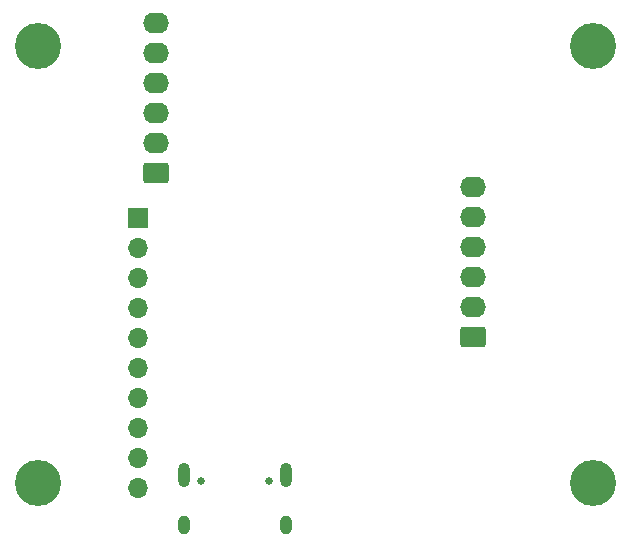
<source format=gbs>
G04 #@! TF.GenerationSoftware,KiCad,Pcbnew,6.0.2+dfsg-1*
G04 #@! TF.CreationDate,2023-01-06T20:52:01-08:00*
G04 #@! TF.ProjectId,RP2040_debugger,52503230-3430-45f6-9465-627567676572,REV1*
G04 #@! TF.SameCoordinates,Original*
G04 #@! TF.FileFunction,Soldermask,Bot*
G04 #@! TF.FilePolarity,Negative*
%FSLAX46Y46*%
G04 Gerber Fmt 4.6, Leading zero omitted, Abs format (unit mm)*
G04 Created by KiCad (PCBNEW 6.0.2+dfsg-1) date 2023-01-06 20:52:01*
%MOMM*%
%LPD*%
G01*
G04 APERTURE LIST*
G04 Aperture macros list*
%AMRoundRect*
0 Rectangle with rounded corners*
0 $1 Rounding radius*
0 $2 $3 $4 $5 $6 $7 $8 $9 X,Y pos of 4 corners*
0 Add a 4 corners polygon primitive as box body*
4,1,4,$2,$3,$4,$5,$6,$7,$8,$9,$2,$3,0*
0 Add four circle primitives for the rounded corners*
1,1,$1+$1,$2,$3*
1,1,$1+$1,$4,$5*
1,1,$1+$1,$6,$7*
1,1,$1+$1,$8,$9*
0 Add four rect primitives between the rounded corners*
20,1,$1+$1,$2,$3,$4,$5,0*
20,1,$1+$1,$4,$5,$6,$7,0*
20,1,$1+$1,$6,$7,$8,$9,0*
20,1,$1+$1,$8,$9,$2,$3,0*%
G04 Aperture macros list end*
%ADD10C,3.900000*%
%ADD11R,1.700000X1.700000*%
%ADD12O,1.700000X1.700000*%
%ADD13RoundRect,0.250000X0.845000X-0.620000X0.845000X0.620000X-0.845000X0.620000X-0.845000X-0.620000X0*%
%ADD14O,2.190000X1.740000*%
%ADD15C,0.650000*%
%ADD16O,1.000000X2.100000*%
%ADD17O,1.000000X1.600000*%
G04 APERTURE END LIST*
D10*
X70000000Y-97000000D03*
D11*
X78500000Y-74500000D03*
D12*
X78500000Y-77040000D03*
X78500000Y-79580000D03*
X78500000Y-82120000D03*
X78500000Y-84660000D03*
X78500000Y-87200000D03*
X78500000Y-89740000D03*
X78500000Y-92280000D03*
X78500000Y-94820000D03*
X78500000Y-97360000D03*
D10*
X117000000Y-97000000D03*
X70000000Y-60000000D03*
D13*
X106832000Y-84636000D03*
D14*
X106832000Y-82096000D03*
X106832000Y-79556000D03*
X106832000Y-77016000D03*
X106832000Y-74476000D03*
X106832000Y-71936000D03*
D10*
X117000000Y-60000000D03*
D13*
X80000000Y-70750000D03*
D14*
X80000000Y-68210000D03*
X80000000Y-65670000D03*
X80000000Y-63130000D03*
X80000000Y-60590000D03*
X80000000Y-58050000D03*
D15*
X89540000Y-96795000D03*
X83760000Y-96795000D03*
D16*
X90970000Y-96295000D03*
X82330000Y-96295000D03*
D17*
X82330000Y-100475000D03*
X90970000Y-100475000D03*
M02*

</source>
